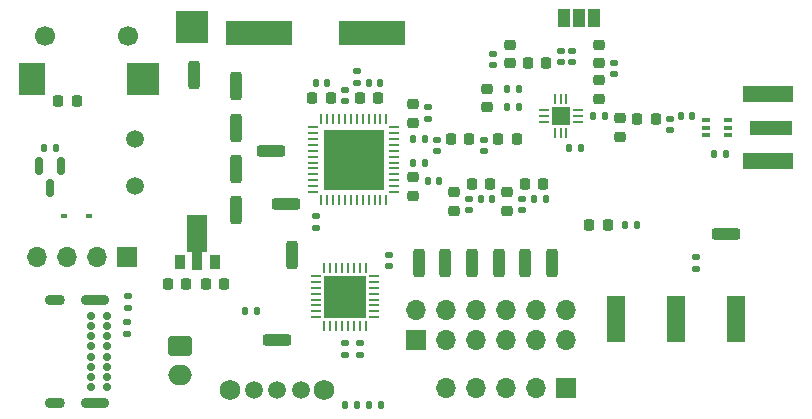
<source format=gbr>
%TF.GenerationSoftware,KiCad,Pcbnew,(6.0.1)*%
%TF.CreationDate,2022-09-15T14:00:08-04:00*%
%TF.ProjectId,bpcw-hardware,62706377-2d68-4617-9264-776172652e6b,rev?*%
%TF.SameCoordinates,Original*%
%TF.FileFunction,Soldermask,Top*%
%TF.FilePolarity,Negative*%
%FSLAX46Y46*%
G04 Gerber Fmt 4.6, Leading zero omitted, Abs format (unit mm)*
G04 Created by KiCad (PCBNEW (6.0.1)) date 2022-09-15 14:00:08*
%MOMM*%
%LPD*%
G01*
G04 APERTURE LIST*
G04 Aperture macros list*
%AMRoundRect*
0 Rectangle with rounded corners*
0 $1 Rounding radius*
0 $2 $3 $4 $5 $6 $7 $8 $9 X,Y pos of 4 corners*
0 Add a 4 corners polygon primitive as box body*
4,1,4,$2,$3,$4,$5,$6,$7,$8,$9,$2,$3,0*
0 Add four circle primitives for the rounded corners*
1,1,$1+$1,$2,$3*
1,1,$1+$1,$4,$5*
1,1,$1+$1,$6,$7*
1,1,$1+$1,$8,$9*
0 Add four rect primitives between the rounded corners*
20,1,$1+$1,$2,$3,$4,$5,0*
20,1,$1+$1,$4,$5,$6,$7,0*
20,1,$1+$1,$6,$7,$8,$9,0*
20,1,$1+$1,$8,$9,$2,$3,0*%
%AMFreePoly0*
4,1,9,3.862500,-0.866500,0.737500,-0.866500,0.737500,-0.450000,-0.737500,-0.450000,-0.737500,0.450000,0.737500,0.450000,0.737500,0.866500,3.862500,0.866500,3.862500,-0.866500,3.862500,-0.866500,$1*%
G04 Aperture macros list end*
%ADD10RoundRect,0.218750X-0.218750X-0.256250X0.218750X-0.256250X0.218750X0.256250X-0.218750X0.256250X0*%
%ADD11C,1.750000*%
%ADD12C,1.500000*%
%ADD13RoundRect,0.140000X-0.170000X0.140000X-0.170000X-0.140000X0.170000X-0.140000X0.170000X0.140000X0*%
%ADD14RoundRect,0.225000X-0.250000X0.225000X-0.250000X-0.225000X0.250000X-0.225000X0.250000X0.225000X0*%
%ADD15RoundRect,0.062500X-0.350000X-0.062500X0.350000X-0.062500X0.350000X0.062500X-0.350000X0.062500X0*%
%ADD16RoundRect,0.062500X-0.062500X-0.350000X0.062500X-0.350000X0.062500X0.350000X-0.062500X0.350000X0*%
%ADD17R,1.600000X1.600000*%
%ADD18RoundRect,0.218750X0.256250X-0.218750X0.256250X0.218750X-0.256250X0.218750X-0.256250X-0.218750X0*%
%ADD19RoundRect,0.135000X-0.135000X-0.185000X0.135000X-0.185000X0.135000X0.185000X-0.135000X0.185000X0*%
%ADD20RoundRect,0.140000X0.170000X-0.140000X0.170000X0.140000X-0.170000X0.140000X-0.170000X-0.140000X0*%
%ADD21RoundRect,0.062500X0.337500X0.062500X-0.337500X0.062500X-0.337500X-0.062500X0.337500X-0.062500X0*%
%ADD22RoundRect,0.062500X0.062500X0.337500X-0.062500X0.337500X-0.062500X-0.337500X0.062500X-0.337500X0*%
%ADD23R,3.600000X3.600000*%
%ADD24RoundRect,0.140000X0.140000X0.170000X-0.140000X0.170000X-0.140000X-0.170000X0.140000X-0.170000X0*%
%ADD25RoundRect,0.250000X-0.750000X0.600000X-0.750000X-0.600000X0.750000X-0.600000X0.750000X0.600000X0*%
%ADD26O,2.000000X1.700000*%
%ADD27R,1.700000X1.700000*%
%ADD28O,1.700000X1.700000*%
%ADD29C,1.700000*%
%ADD30R,2.200000X2.800000*%
%ADD31R,2.800000X2.800000*%
%ADD32RoundRect,0.237500X0.237500X-0.987500X0.237500X0.987500X-0.237500X0.987500X-0.237500X-0.987500X0*%
%ADD33RoundRect,0.150000X-0.150000X0.587500X-0.150000X-0.587500X0.150000X-0.587500X0.150000X0.587500X0*%
%ADD34R,5.600000X2.100000*%
%ADD35R,0.600000X0.450000*%
%ADD36RoundRect,0.225000X0.225000X0.250000X-0.225000X0.250000X-0.225000X-0.250000X0.225000X-0.250000X0*%
%ADD37R,0.650000X0.400000*%
%ADD38R,3.600000X1.270000*%
%ADD39R,4.200000X1.350000*%
%ADD40RoundRect,0.237500X-0.987500X-0.237500X0.987500X-0.237500X0.987500X0.237500X-0.987500X0.237500X0*%
%ADD41RoundRect,0.218750X-0.256250X0.218750X-0.256250X-0.218750X0.256250X-0.218750X0.256250X0.218750X0*%
%ADD42RoundRect,0.135000X0.185000X-0.135000X0.185000X0.135000X-0.185000X0.135000X-0.185000X-0.135000X0*%
%ADD43RoundRect,0.135000X0.135000X0.185000X-0.135000X0.185000X-0.135000X-0.185000X0.135000X-0.185000X0*%
%ADD44RoundRect,0.237500X-0.237500X0.987500X-0.237500X-0.987500X0.237500X-0.987500X0.237500X0.987500X0*%
%ADD45RoundRect,0.218750X0.218750X0.256250X-0.218750X0.256250X-0.218750X-0.256250X0.218750X-0.256250X0*%
%ADD46RoundRect,0.062500X0.375000X0.062500X-0.375000X0.062500X-0.375000X-0.062500X0.375000X-0.062500X0*%
%ADD47RoundRect,0.062500X0.062500X0.375000X-0.062500X0.375000X-0.062500X-0.375000X0.062500X-0.375000X0*%
%ADD48R,5.100000X5.100000*%
%ADD49RoundRect,0.237500X0.987500X0.237500X-0.987500X0.237500X-0.987500X-0.237500X0.987500X-0.237500X0*%
%ADD50RoundRect,0.225000X-0.225000X-0.250000X0.225000X-0.250000X0.225000X0.250000X-0.225000X0.250000X0*%
%ADD51R,0.900000X1.300000*%
%ADD52FreePoly0,90.000000*%
%ADD53RoundRect,0.140000X-0.140000X-0.170000X0.140000X-0.170000X0.140000X0.170000X-0.140000X0.170000X0*%
%ADD54R,1.500000X4.000000*%
%ADD55C,0.700000*%
%ADD56O,2.400000X0.900000*%
%ADD57O,1.700000X0.900000*%
%ADD58R,1.000000X1.500000*%
%ADD59RoundRect,0.135000X-0.185000X0.135000X-0.185000X-0.135000X0.185000X-0.135000X0.185000X0.135000X0*%
G04 APERTURE END LIST*
D10*
%TO.C,L5*%
X157712500Y-94000000D03*
X159287500Y-94000000D03*
%TD*%
D11*
%TO.C,SW1*%
X145230583Y-111485437D03*
X137250000Y-111500000D03*
D12*
X139250000Y-111500000D03*
X141250000Y-111500000D03*
X143250000Y-111500000D03*
%TD*%
%TO.C,LS1*%
X129250000Y-94200000D03*
X129230583Y-90219417D03*
%TD*%
D13*
%TO.C,C23*%
X159500000Y-83020000D03*
X159500000Y-83980000D03*
%TD*%
D14*
%TO.C,C26*%
X159000000Y-85975000D03*
X159000000Y-87525000D03*
%TD*%
D15*
%TO.C,U4*%
X163812500Y-87750000D03*
X163812500Y-88250000D03*
X163812500Y-88750000D03*
D16*
X164750000Y-89687500D03*
X165250000Y-89687500D03*
X165750000Y-89687500D03*
D15*
X166687500Y-88750000D03*
X166687500Y-88250000D03*
X166687500Y-87750000D03*
D16*
X165750000Y-86812500D03*
X165250000Y-86812500D03*
X164750000Y-86812500D03*
D17*
X165250000Y-88250000D03*
%TD*%
D18*
%TO.C,L11*%
X170250000Y-90037500D03*
X170250000Y-88462500D03*
%TD*%
D19*
%TO.C,R1*%
X146990000Y-112750000D03*
X148010000Y-112750000D03*
%TD*%
D14*
%TO.C,C30*%
X168500000Y-82225000D03*
X168500000Y-83775000D03*
%TD*%
D10*
%TO.C,L8*%
X162212500Y-94000000D03*
X163787500Y-94000000D03*
%TD*%
%TO.C,L9*%
X162462500Y-83750000D03*
X164037500Y-83750000D03*
%TD*%
D20*
%TO.C,C2*%
X148250000Y-108480000D03*
X148250000Y-107520000D03*
%TD*%
D21*
%TO.C,U1*%
X149450000Y-105300000D03*
X149450000Y-104800000D03*
X149450000Y-104300000D03*
X149450000Y-103800000D03*
X149450000Y-103300000D03*
X149450000Y-102800000D03*
X149450000Y-102300000D03*
X149450000Y-101800000D03*
D22*
X148750000Y-101100000D03*
X148250000Y-101100000D03*
X147750000Y-101100000D03*
X147250000Y-101100000D03*
X146750000Y-101100000D03*
X146250000Y-101100000D03*
X145750000Y-101100000D03*
X145250000Y-101100000D03*
D21*
X144550000Y-101800000D03*
X144550000Y-102300000D03*
X144550000Y-102800000D03*
X144550000Y-103300000D03*
X144550000Y-103800000D03*
X144550000Y-104300000D03*
X144550000Y-104800000D03*
X144550000Y-105300000D03*
D22*
X145250000Y-106000000D03*
X145750000Y-106000000D03*
X146250000Y-106000000D03*
X146750000Y-106000000D03*
X147250000Y-106000000D03*
X147750000Y-106000000D03*
X148250000Y-106000000D03*
X148750000Y-106000000D03*
D23*
X147000000Y-103550000D03*
%TD*%
D24*
%TO.C,C15*%
X153730000Y-90250000D03*
X152770000Y-90250000D03*
%TD*%
D25*
%TO.C,BT1*%
X133000000Y-107700000D03*
D26*
X133000000Y-110200000D03*
%TD*%
D24*
%TO.C,C10*%
X149980000Y-85500000D03*
X149020000Y-85500000D03*
%TD*%
D20*
%TO.C,C6*%
X157500000Y-96230000D03*
X157500000Y-95270000D03*
%TD*%
D13*
%TO.C,C16*%
X154750000Y-90270000D03*
X154750000Y-91230000D03*
%TD*%
D27*
%TO.C,J2*%
X128500000Y-100200000D03*
D28*
X125960000Y-100200000D03*
X123420000Y-100200000D03*
X120880000Y-100200000D03*
%TD*%
D18*
%TO.C,L3*%
X156250000Y-96287500D03*
X156250000Y-94712500D03*
%TD*%
D13*
%TO.C,C1*%
X150750000Y-100000000D03*
X150750000Y-100960000D03*
%TD*%
D29*
%TO.C,J1*%
X121625000Y-81450000D03*
X128625000Y-81450000D03*
D30*
X120525000Y-85150000D03*
D31*
X129925000Y-85150000D03*
X134025000Y-80700000D03*
%TD*%
D32*
%TO.C,TP5*%
X155500000Y-100750000D03*
%TD*%
D20*
%TO.C,C4*%
X147000000Y-108480000D03*
X147000000Y-107520000D03*
%TD*%
D32*
%TO.C,TP6*%
X153250000Y-100750000D03*
%TD*%
D24*
%TO.C,C32*%
X176380000Y-88250000D03*
X175420000Y-88250000D03*
%TD*%
D33*
%TO.C,Q1*%
X122950000Y-92512500D03*
X121050000Y-92512500D03*
X122000000Y-94387500D03*
%TD*%
D24*
%TO.C,C19*%
X163980000Y-95250000D03*
X163020000Y-95250000D03*
%TD*%
D13*
%TO.C,C25*%
X165250000Y-82770000D03*
X165250000Y-83730000D03*
%TD*%
D34*
%TO.C,Y1*%
X139750000Y-81250000D03*
X149240292Y-81245146D03*
%TD*%
D35*
%TO.C,D2*%
X125300000Y-96700000D03*
X123200000Y-96700000D03*
%TD*%
D19*
%TO.C,R12*%
X160740000Y-86000000D03*
X161760000Y-86000000D03*
%TD*%
D24*
%TO.C,C27*%
X166960000Y-91000000D03*
X166000000Y-91000000D03*
%TD*%
D32*
%TO.C,TP12*%
X137750000Y-92750000D03*
%TD*%
D13*
%TO.C,C18*%
X158750000Y-90270000D03*
X158750000Y-91230000D03*
%TD*%
D36*
%TO.C,C33*%
X124275000Y-86950000D03*
X122725000Y-86950000D03*
%TD*%
D19*
%TO.C,R10*%
X170702500Y-97500000D03*
X171722500Y-97500000D03*
%TD*%
D37*
%TO.C,U5*%
X177550000Y-88600000D03*
X177550000Y-89250000D03*
X177550000Y-89900000D03*
X179450000Y-89900000D03*
X179450000Y-89250000D03*
X179450000Y-88600000D03*
%TD*%
D38*
%TO.C,J6*%
X183037500Y-89250000D03*
D39*
X182837500Y-86425000D03*
X182837500Y-92075000D03*
%TD*%
D40*
%TO.C,TP10*%
X140750000Y-91250000D03*
%TD*%
D41*
%TO.C,L2*%
X152750000Y-87250000D03*
X152750000Y-88825000D03*
%TD*%
D42*
%TO.C,R9*%
X128600000Y-104510000D03*
X128600000Y-103490000D03*
%TD*%
D10*
%TO.C,L7*%
X159962500Y-90250000D03*
X161537500Y-90250000D03*
%TD*%
D36*
%TO.C,C5*%
X133525000Y-102500000D03*
X131975000Y-102500000D03*
%TD*%
D42*
%TO.C,JP2*%
X148000000Y-85510000D03*
X148000000Y-84490000D03*
%TD*%
D43*
%TO.C,R6*%
X153760000Y-92250000D03*
X152740000Y-92250000D03*
%TD*%
D19*
%TO.C,R7*%
X138490000Y-104750000D03*
X139510000Y-104750000D03*
%TD*%
D14*
%TO.C,C24*%
X161000000Y-82225000D03*
X161000000Y-83775000D03*
%TD*%
D24*
%TO.C,C17*%
X159480000Y-95250000D03*
X158520000Y-95250000D03*
%TD*%
D10*
%TO.C,L4*%
X155962500Y-90250000D03*
X157537500Y-90250000D03*
%TD*%
D44*
%TO.C,TP13*%
X137750000Y-96250000D03*
%TD*%
D19*
%TO.C,R2*%
X148990000Y-112750000D03*
X150010000Y-112750000D03*
%TD*%
D44*
%TO.C,TP1*%
X142500000Y-100000000D03*
%TD*%
D13*
%TO.C,C21*%
X166250000Y-82770000D03*
X166250000Y-83730000D03*
%TD*%
D45*
%TO.C,L12*%
X173287500Y-88500000D03*
X171712500Y-88500000D03*
%TD*%
D42*
%TO.C,R8*%
X128500000Y-106710000D03*
X128500000Y-105690000D03*
%TD*%
D27*
%TO.C,J4*%
X153000000Y-107250000D03*
D28*
X153000000Y-104710000D03*
X155540000Y-107250000D03*
X155540000Y-104710000D03*
X158080000Y-107250000D03*
X158080000Y-104710000D03*
X160620000Y-107250000D03*
X160620000Y-104710000D03*
X163160000Y-107250000D03*
X163160000Y-104710000D03*
X165700000Y-107250000D03*
X165700000Y-104710000D03*
%TD*%
D40*
%TO.C,TP9*%
X142000000Y-95750000D03*
%TD*%
D32*
%TO.C,TP3*%
X160000000Y-100750000D03*
%TD*%
D19*
%TO.C,R5*%
X121490000Y-90950000D03*
X122510000Y-90950000D03*
%TD*%
D18*
%TO.C,L10*%
X168500000Y-86787500D03*
X168500000Y-85212500D03*
%TD*%
D46*
%TO.C,U3*%
X151187500Y-94700000D03*
X151187500Y-94200000D03*
X151187500Y-93700000D03*
X151187500Y-93200000D03*
X151187500Y-92700000D03*
X151187500Y-92200000D03*
X151187500Y-91700000D03*
X151187500Y-91200000D03*
X151187500Y-90700000D03*
X151187500Y-90200000D03*
X151187500Y-89700000D03*
X151187500Y-89200000D03*
D47*
X150500000Y-88512500D03*
X150000000Y-88512500D03*
X149500000Y-88512500D03*
X149000000Y-88512500D03*
X148500000Y-88512500D03*
X148000000Y-88512500D03*
X147500000Y-88512500D03*
X147000000Y-88512500D03*
X146500000Y-88512500D03*
X146000000Y-88512500D03*
X145500000Y-88512500D03*
X145000000Y-88512500D03*
D46*
X144312500Y-89200000D03*
X144312500Y-89700000D03*
X144312500Y-90200000D03*
X144312500Y-90700000D03*
X144312500Y-91200000D03*
X144312500Y-91700000D03*
X144312500Y-92200000D03*
X144312500Y-92700000D03*
X144312500Y-93200000D03*
X144312500Y-93700000D03*
X144312500Y-94200000D03*
X144312500Y-94700000D03*
D47*
X145000000Y-95387500D03*
X145500000Y-95387500D03*
X146000000Y-95387500D03*
X146500000Y-95387500D03*
X147000000Y-95387500D03*
X147500000Y-95387500D03*
X148000000Y-95387500D03*
X148500000Y-95387500D03*
X149000000Y-95387500D03*
X149500000Y-95387500D03*
X150000000Y-95387500D03*
X150500000Y-95387500D03*
D48*
X147750000Y-91950000D03*
%TD*%
D40*
%TO.C,TP8*%
X141250000Y-107250000D03*
%TD*%
D49*
%TO.C,TP11*%
X179250000Y-98250000D03*
%TD*%
D45*
%TO.C,D1*%
X169250000Y-97500000D03*
X167675000Y-97500000D03*
%TD*%
D27*
%TO.C,J3*%
X165750000Y-111250000D03*
D28*
X163210000Y-111250000D03*
X160670000Y-111250000D03*
X158130000Y-111250000D03*
X155590000Y-111250000D03*
%TD*%
D13*
%TO.C,C31*%
X174500000Y-88520000D03*
X174500000Y-89480000D03*
%TD*%
D50*
%TO.C,C7*%
X148225000Y-86750000D03*
X149775000Y-86750000D03*
%TD*%
D51*
%TO.C,U2*%
X133000000Y-100650000D03*
D52*
X134500000Y-100562500D03*
D51*
X136000000Y-100650000D03*
%TD*%
D32*
%TO.C,TP4*%
X157750000Y-100750000D03*
%TD*%
D20*
%TO.C,C14*%
X154000000Y-88480000D03*
X154000000Y-87520000D03*
%TD*%
D32*
%TO.C,TP15*%
X137750000Y-89250000D03*
%TD*%
D18*
%TO.C,L6*%
X160750000Y-96287500D03*
X160750000Y-94712500D03*
%TD*%
D53*
%TO.C,C12*%
X154000000Y-93750000D03*
X154960000Y-93750000D03*
%TD*%
D20*
%TO.C,C8*%
X144500000Y-97730000D03*
X144500000Y-96770000D03*
%TD*%
D32*
%TO.C,TP7*%
X164500000Y-100750000D03*
%TD*%
D53*
%TO.C,C28*%
X168020000Y-88250000D03*
X168980000Y-88250000D03*
%TD*%
D32*
%TO.C,TP16*%
X134250000Y-84750000D03*
%TD*%
D50*
%TO.C,C3*%
X135225000Y-102500000D03*
X136775000Y-102500000D03*
%TD*%
D19*
%TO.C,R11*%
X160740000Y-87500000D03*
X161760000Y-87500000D03*
%TD*%
D32*
%TO.C,TP14*%
X137750000Y-85750000D03*
%TD*%
D50*
%TO.C,C9*%
X144225000Y-86750000D03*
X145775000Y-86750000D03*
%TD*%
D18*
%TO.C,L1*%
X152750000Y-95037500D03*
X152750000Y-93462500D03*
%TD*%
D20*
%TO.C,C20*%
X162000000Y-96230000D03*
X162000000Y-95270000D03*
%TD*%
D19*
%TO.C,R13*%
X178240000Y-91500000D03*
X179260000Y-91500000D03*
%TD*%
D54*
%TO.C,SW2*%
X169920000Y-105487500D03*
X180080000Y-105487500D03*
X175000000Y-105487500D03*
%TD*%
D55*
%TO.C,J5*%
X126825000Y-105225000D03*
X126825000Y-106075000D03*
X126825000Y-106925000D03*
X126825000Y-107775000D03*
X126825000Y-108625000D03*
X126825000Y-109475000D03*
X126825000Y-110325000D03*
X126825000Y-111175000D03*
X125475000Y-111175000D03*
X125475000Y-110325000D03*
X125475000Y-109475000D03*
X125475000Y-108625000D03*
X125475000Y-107775000D03*
X125475000Y-106925000D03*
X125475000Y-106075000D03*
X125475000Y-105225000D03*
D56*
X125845000Y-112525000D03*
X125845000Y-103875000D03*
D57*
X122465000Y-112525000D03*
X122465000Y-103875000D03*
%TD*%
D53*
%TO.C,C13*%
X144520000Y-85500000D03*
X145480000Y-85500000D03*
%TD*%
D13*
%TO.C,C29*%
X169750000Y-83770000D03*
X169750000Y-84730000D03*
%TD*%
%TO.C,C11*%
X147000000Y-86020000D03*
X147000000Y-86980000D03*
%TD*%
D58*
%TO.C,JP3*%
X165500000Y-80000000D03*
X166800000Y-80000000D03*
X168100000Y-80000000D03*
%TD*%
D32*
%TO.C,TP2*%
X162250000Y-100750000D03*
%TD*%
D59*
%TO.C,R4*%
X176750000Y-100205000D03*
X176750000Y-101225000D03*
%TD*%
M02*

</source>
